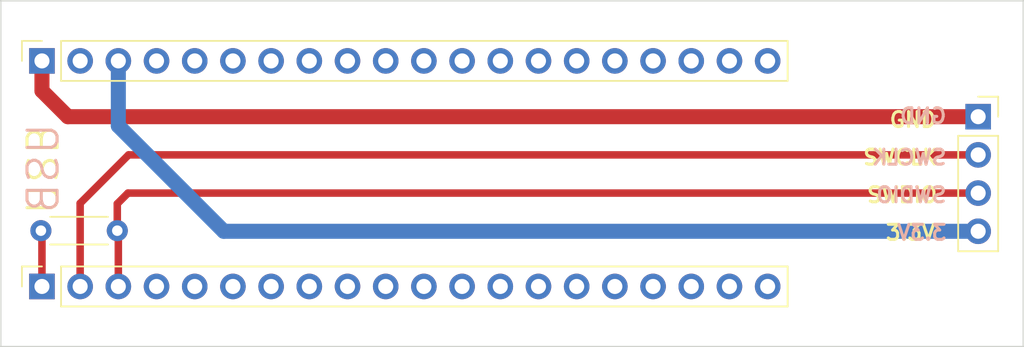
<source format=kicad_pcb>
(kicad_pcb (version 20221018) (generator pcbnew)
  (layers (0 "F.Cu" signal) (31 "B.Cu" power) (34 "B.Paste" user) (35 "F.Paste" user) (36 "B.SilkS" user "B.Silkscreen") (37 "F.SilkS" user "F.Silkscreen") (38 "B.Mask" user) (39 "F.Mask" user) (44 "Edge.Cuts" user))
  (net 0 "")
  (net 1 "Net-(J1-Pin_1)")
  (net 2 "/SWCLK")
  (net 3 "/SWDIO")
  (net 21 "/GND")
  (net 23 "/3.3V")
  (footprint "Connector_PinSocket_2.54mm:PinSocket_1x20_P2.54mm_Vertical" (layer "F.Cu") (at 121.74 64 90)
    (fp_text reference "J2" hide)
    (fp_text value "Conn_01x20_Socket" hide)
    (fp_line (start -1.33 1.27) (end -1.33 49.59) (stroke (width 0.12)) (layer "F.SilkS"))
    (fp_line (start -1.33 1.27) (end 1.33 1.27) (stroke (width 0.12)) (layer "F.SilkS"))
    (fp_line (start -1.33 49.59) (end 1.33 49.59) (stroke (width 0.12)) (layer "F.SilkS"))
    (fp_line (start 0 -1.33) (end 1.33 -1.33) (stroke (width 0.12)) (layer "F.SilkS"))
    (fp_line (start 1.33 -1.33) (end 1.33 0) (stroke (width 0.12)) (layer "F.SilkS"))
    (fp_line (start 1.33 1.27) (end 1.33 49.59) (stroke (width 0.12)) (layer "F.SilkS"))
    (pad "1" thru_hole rect (at 0 0 90) (size 1.7 1.7) (drill 1) (layers "*.Cu" "*.Mask") (net 21 "/GND"))
    (pad "2" thru_hole oval (at 0 2.54 90) (size 1.7 1.7) (drill 1) (layers "*.Cu" "*.Mask"))
    (pad "3" thru_hole oval (at 0 5.08 90) (size 1.7 1.7) (drill 1) (layers "*.Cu" "*.Mask") (net 23 "/3.3V"))
    (pad "4" thru_hole oval (at 0 7.62 90) (size 1.7 1.7) (drill 1) (layers "*.Cu" "*.Mask"))
    (pad "5" thru_hole oval (at 0 10.16 90) (size 1.7 1.7) (drill 1) (layers "*.Cu" "*.Mask"))
    (pad "6" thru_hole oval (at 0 12.7 90) (size 1.7 1.7) (drill 1) (layers "*.Cu" "*.Mask"))
    (pad "7" thru_hole oval (at 0 15.24 90) (size 1.7 1.7) (drill 1) (layers "*.Cu" "*.Mask"))
    (pad "8" thru_hole oval (at 0 17.78 90) (size 1.7 1.7) (drill 1) (layers "*.Cu" "*.Mask"))
    (pad "9" thru_hole oval (at 0 20.32 90) (size 1.7 1.7) (drill 1) (layers "*.Cu" "*.Mask"))
    (pad "10" thru_hole oval (at 0 22.86 90) (size 1.7 1.7) (drill 1) (layers "*.Cu" "*.Mask"))
    (pad "11" thru_hole oval (at 0 25.4 90) (size 1.7 1.7) (drill 1) (layers "*.Cu" "*.Mask"))
    (pad "12" thru_hole oval (at 0 27.94 90) (size 1.7 1.7) (drill 1) (layers "*.Cu" "*.Mask"))
    (pad "13" thru_hole oval (at 0 30.48 90) (size 1.7 1.7) (drill 1) (layers "*.Cu" "*.Mask"))
    (pad "14" thru_hole oval (at 0 33.02 90) (size 1.7 1.7) (drill 1) (layers "*.Cu" "*.Mask"))
    (pad "15" thru_hole oval (at 0 35.56 90) (size 1.7 1.7) (drill 1) (layers "*.Cu" "*.Mask"))
    (pad "16" thru_hole oval (at 0 38.1 90) (size 1.7 1.7) (drill 1) (layers "*.Cu" "*.Mask"))
    (pad "17" thru_hole oval (at 0 40.64 90) (size 1.7 1.7) (drill 1) (layers "*.Cu" "*.Mask"))
    (pad "18" thru_hole oval (at 0 43.18 90) (size 1.7 1.7) (drill 1) (layers "*.Cu" "*.Mask"))
    (pad "19" thru_hole oval (at 0 45.72 90) (size 1.7 1.7) (drill 1) (layers "*.Cu" "*.Mask"))
    (pad "20" thru_hole oval (at 0 48.26 90) (size 1.7 1.7) (drill 1) (layers "*.Cu" "*.Mask"))
  )
  (footprint "Resistor_THT:R_Axial_DIN0204_L3.6mm_D1.6mm_P5.08mm_Horizontal" (layer "F.Cu") (at 126.75 75.29 180)
    (fp_text reference "R1" hide)
    (fp_text value "120R" hide)
    (fp_line (start 0.62 -0.92) (end 4.46 -0.92) (stroke (width 0.12)) (layer "F.SilkS"))
    (fp_line (start 0.62 0.92) (end 4.46 0.92) (stroke (width 0.12)) (layer "F.SilkS"))
    (pad "1" thru_hole circle (at 0 0 180) (size 1.4 1.4) (drill 0.7) (layers "*.Cu" "*.Mask") (net 3 "/SWDIO"))
    (pad "2" thru_hole oval (at 5.08 0 180) (size 1.4 1.4) (drill 0.7) (layers "*.Cu" "*.Mask") (net 1 "Net-(J1-Pin_1)"))
  )
  (footprint "Connector_PinSocket_2.54mm:PinSocket_1x20_P2.54mm_Vertical" (layer "F.Cu") (at 121.74 79 90)
    (fp_text reference "J1" hide)
    (fp_text value "Conn_01x20_Socket" hide)
    (fp_line (start -1.33 1.27) (end -1.33 49.59) (stroke (width 0.12)) (layer "F.SilkS"))
    (fp_line (start -1.33 1.27) (end 1.33 1.27) (stroke (width 0.12)) (layer "F.SilkS"))
    (fp_line (start -1.33 49.59) (end 1.33 49.59) (stroke (width 0.12)) (layer "F.SilkS"))
    (fp_line (start 0 -1.33) (end 1.33 -1.33) (stroke (width 0.12)) (layer "F.SilkS"))
    (fp_line (start 1.33 -1.33) (end 1.33 0) (stroke (width 0.12)) (layer "F.SilkS"))
    (fp_line (start 1.33 1.27) (end 1.33 49.59) (stroke (width 0.12)) (layer "F.SilkS"))
    (pad "1" thru_hole rect (at 0 0 90) (size 1.7 1.7) (drill 1) (layers "*.Cu" "*.Mask") (net 1 "Net-(J1-Pin_1)"))
    (pad "2" thru_hole oval (at 0 2.54 90) (size 1.7 1.7) (drill 1) (layers "*.Cu" "*.Mask") (net 2 "/SWCLK"))
    (pad "3" thru_hole oval (at 0 5.08 90) (size 1.7 1.7) (drill 1) (layers "*.Cu" "*.Mask") (net 3 "/SWDIO"))
    (pad "4" thru_hole oval (at 0 7.62 90) (size 1.7 1.7) (drill 1) (layers "*.Cu" "*.Mask"))
    (pad "5" thru_hole oval (at 0 10.16 90) (size 1.7 1.7) (drill 1) (layers "*.Cu" "*.Mask"))
    (pad "6" thru_hole oval (at 0 12.7 90) (size 1.7 1.7) (drill 1) (layers "*.Cu" "*.Mask"))
    (pad "7" thru_hole oval (at 0 15.24 90) (size 1.7 1.7) (drill 1) (layers "*.Cu" "*.Mask"))
    (pad "8" thru_hole oval (at 0 17.78 90) (size 1.7 1.7) (drill 1) (layers "*.Cu" "*.Mask"))
    (pad "9" thru_hole oval (at 0 20.32 90) (size 1.7 1.7) (drill 1) (layers "*.Cu" "*.Mask"))
    (pad "10" thru_hole oval (at 0 22.86 90) (size 1.7 1.7) (drill 1) (layers "*.Cu" "*.Mask"))
    (pad "11" thru_hole oval (at 0 25.4 90) (size 1.7 1.7) (drill 1) (layers "*.Cu" "*.Mask"))
    (pad "12" thru_hole oval (at 0 27.94 90) (size 1.7 1.7) (drill 1) (layers "*.Cu" "*.Mask"))
    (pad "13" thru_hole oval (at 0 30.48 90) (size 1.7 1.7) (drill 1) (layers "*.Cu" "*.Mask"))
    (pad "14" thru_hole oval (at 0 33.02 90) (size 1.7 1.7) (drill 1) (layers "*.Cu" "*.Mask"))
    (pad "15" thru_hole oval (at 0 35.56 90) (size 1.7 1.7) (drill 1) (layers "*.Cu" "*.Mask"))
    (pad "16" thru_hole oval (at 0 38.1 90) (size 1.7 1.7) (drill 1) (layers "*.Cu" "*.Mask"))
    (pad "17" thru_hole oval (at 0 40.64 90) (size 1.7 1.7) (drill 1) (layers "*.Cu" "*.Mask"))
    (pad "18" thru_hole oval (at 0 43.18 90) (size 1.7 1.7) (drill 1) (layers "*.Cu" "*.Mask"))
    (pad "19" thru_hole oval (at 0 45.72 90) (size 1.7 1.7) (drill 1) (layers "*.Cu" "*.Mask"))
    (pad "20" thru_hole oval (at 0 48.26 90) (size 1.7 1.7) (drill 1) (layers "*.Cu" "*.Mask"))
  )
  (footprint "Connector_PinSocket_2.54mm:PinSocket_1x04_P2.54mm_Vertical" (layer "F.Cu") (at 184 67.71)
    (fp_text reference "J3" hide)
    (fp_text value "Conn_01x04_Pin" hide)
    (fp_line (start -1.33 1.27) (end -1.33 8.95) (stroke (width 0.12)) (layer "F.SilkS"))
    (fp_line (start -1.33 1.27) (end 1.33 1.27) (stroke (width 0.12)) (layer "F.SilkS"))
    (fp_line (start -1.33 8.95) (end 1.33 8.95) (stroke (width 0.12)) (layer "F.SilkS"))
    (fp_line (start 0 -1.33) (end 1.33 -1.33) (stroke (width 0.12)) (layer "F.SilkS"))
    (fp_line (start 1.33 -1.33) (end 1.33 0) (stroke (width 0.12)) (layer "F.SilkS"))
    (fp_line (start 1.33 1.27) (end 1.33 8.95) (stroke (width 0.12)) (layer "F.SilkS"))
    (pad "1" thru_hole rect (at 0 0) (size 1.7 1.7) (drill 1) (layers "*.Cu" "*.Mask") (net 21 "/GND"))
    (pad "2" thru_hole oval (at 0 2.54) (size 1.7 1.7) (drill 1) (layers "*.Cu" "*.Mask") (net 2 "/SWCLK"))
    (pad "3" thru_hole oval (at 0 5.08) (size 1.7 1.7) (drill 1) (layers "*.Cu" "*.Mask") (net 3 "/SWDIO"))
    (pad "4" thru_hole oval (at 0 7.62) (size 1.7 1.7) (drill 1) (layers "*.Cu" "*.Mask") (net 23 "/3.3V"))
  )
  (gr_line (start 119 83) (end 119 60) (stroke (width 0.1)) (layer "Edge.Cuts"))
  (gr_line (start 187 83) (end 119 83) (stroke (width 0.1)) (layer "Edge.Cuts"))
  (gr_line (start 187 60) (end 119 60) (stroke (width 0.1)) (layer "Edge.Cuts"))
  (gr_line (start 187 60) (end 187 83) (stroke (width 0.1)) (layer "Edge.Cuts"))
  (gr_text "SWDIO" (at 182 73.5) (layer "B.SilkS") (effects (font (size 1 1) (thickness 0.2) bold) (justify left bottom mirror)))
  (gr_text "3.3V" (at 182 76) (layer "B.SilkS") (effects (font (size 1 1) (thickness 0.2) bold) (justify left bottom mirror)))
  (gr_text "GND" (at 182 68.25) (layer "B.SilkS") (effects (font (size 1 1) (thickness 0.2) bold) (justify left bottom mirror)))
  (gr_text "USB" (at 123 68 90) (layer "B.SilkS") (effects (font (size 2 2) (thickness 0.2) bold) (justify left bottom mirror)))
  (gr_text "SWCLK" (at 182 71) (layer "B.SilkS") (effects (font (size 1 1) (thickness 0.2) bold) (justify left bottom mirror)))
  (gr_text "SWDIO" (at 176.5 73.5) (layer "F.SilkS") (effects (font (size 1 1) (thickness 0.2) bold) (justify left bottom)))
  (gr_text "GND" (at 178 68.5) (layer "F.SilkS") (effects (font (size 1 1) (thickness 0.2) bold) (justify left bottom)))
  (gr_text "SWCLK" (at 176.25 71) (layer "F.SilkS") (effects (font (size 1 1) (thickness 0.2) bold) (justify left bottom)))
  (gr_text "3.3V" (at 177.75 76) (layer "F.SilkS") (effects (font (size 1 1) (thickness 0.2) bold) (justify left bottom)))
  (gr_text "USB" (at 123 74.37 90) (layer "F.SilkS") (effects (font (size 2 2) (thickness 0.2) bold) (justify left bottom)))
  (segment (start 121.74 79) (end 121.74 75.36) (width 0.5) (layer "F.Cu") (net 1))
  (segment (start 121.74 75.36) (end 121.67 75.29) (width 0.5) (layer "F.Cu") (net 1))
  (segment (start 124.28 73.47) (end 127.5 70.25) (width 0.5) (layer "F.Cu") (net 2))
  (segment (start 127.5 70.25) (end 184 70.25) (width 0.5) (layer "F.Cu") (net 2))
  (segment (start 124.28 79) (end 124.28 73.47) (width 0.5) (layer "F.Cu") (net 2))
  (segment (start 127.46 72.79) (end 184 72.79) (width 0.5) (layer "F.Cu") (net 3))
  (segment (start 126.82 75.36) (end 126.75 75.29) (width 0.5) (layer "F.Cu") (net 3))
  (segment (start 126.75 73.5) (end 127.46 72.79) (width 0.5) (layer "F.Cu") (net 3))
  (segment (start 126.82 79) (end 126.82 75.36) (width 0.5) (layer "F.Cu") (net 3))
  (segment (start 126.75 75.29) (end 126.75 73.5) (width 0.5) (layer "F.Cu") (net 3))
  (segment (start 123.46 67.71) (end 184 67.71) (width 1) (layer "F.Cu") (net 21))
  (segment (start 121.74 65.99) (end 123.46 67.71) (width 1) (layer "F.Cu") (net 21))
  (segment (start 121.74 64) (end 121.74 65.99) (width 1) (layer "F.Cu") (net 21))
  (segment (start 133.83 75.33) (end 184 75.33) (width 1) (layer "B.Cu") (net 23))
  (segment (start 126.82 64) (end 126.82 68.32) (width 1) (layer "B.Cu") (net 23))
  (segment (start 126.82 68.32) (end 133.83 75.33) (width 1) (layer "B.Cu") (net 23))
)
</source>
